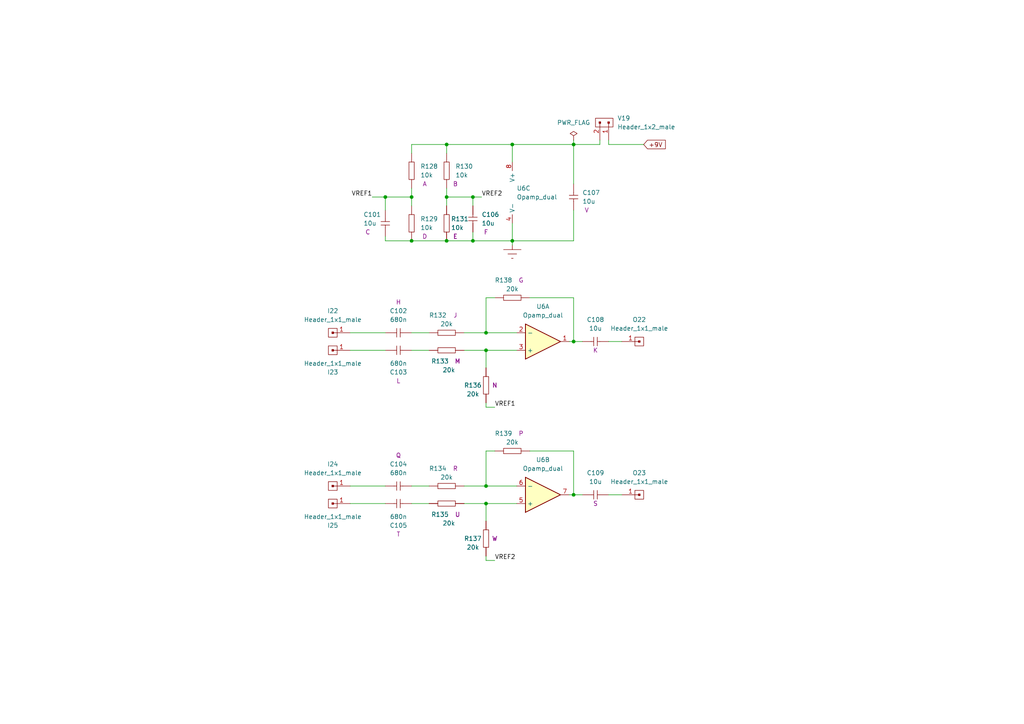
<source format=kicad_sch>
(kicad_sch (version 20211123) (generator eeschema)
  (paper "A4")
  (title_block (title "2x differential amplifier") (date "2024-04-26") (rev "1") (company "https://github.com/dvhx/ultimate-soldering-exercise"))
  (lib_symbols
    (symbol "dvhx-kicad-library:C" (pin_numbers hide) (pin_names hide)
      (property "Reference" "C" (at 2.286 1.016 0))
      (property "Value" "C" (at 2.286 -1.27 0))
      (symbol "C_0_1"
        (polyline (pts (xy 0 -0.508) (xy 0 -1.27)))
        (polyline (pts (xy 0 1.27) (xy 0 0.508)))
        (polyline (pts (xy 1.27 -0.508) (xy -1.27 -0.508)))
        (polyline (pts (xy 1.27 0.508) (xy -1.27 0.508)))
      )
      (symbol "C_1_1"
        (pin passive line (at 0 3.81 270) (length 2.54) (name "1") (number "1"))
        (pin passive line (at 0 -3.81 90) (length 2.54) (name "2") (number "2"))
      )
    )
    (symbol "dvhx-kicad-library:GND" (power) (pin_numbers hide) (pin_names hide)
      (symbol "GND_0_1"
        (polyline (pts (xy -2.54 -1.27) (xy 2.54 -1.27)))
        (polyline (pts (xy -1.27 -2.54) (xy 1.27 -2.54)))
        (polyline (pts (xy -0.254 -3.81) (xy 0.254 -3.81)))
      )
      (symbol "GND_1_1"
        (pin power_in line (at 0 0 270) (length 1.27) (name "GND") (number "GND"))
      )
    )
    (symbol "dvhx-kicad-library:Header_1x1_male" (pin_names hide)
      (property "Reference" "J" (at -0.254 2.286 0))
      (property "Value" "Header_1x1_male" (at 0 4.191 0))
      (symbol "Header_1x1_male_0_1"
        (rectangle (start -1.27 1.27) (end 1.27 -1.27))
        (rectangle (start -0.254 0.254) (end 0.254 -0.254) (fill (type outline)))
      )
      (symbol "Header_1x1_male_1_1"
        (pin passive line (at -5.08 0 0) (length 5.08) (name "1") (number "1"))
      )
    )
    (symbol "dvhx-kicad-library:Header_1x2_male" (pin_names hide)
      (property "Reference" "J" (at -0.254 2.286 0))
      (property "Value" "Header_1x2_male" (at 0 4.191 0))
      (symbol "Header_1x2_male_0_1"
        (rectangle (start -1.27 1.27) (end 1.27 -3.81))
        (rectangle (start -0.254 -2.286) (end 0.254 -2.794) (fill (type outline)))
        (rectangle (start -0.254 0.254) (end 0.254 -0.254) (fill (type outline)))
      )
      (symbol "Header_1x2_male_1_1"
        (pin passive line (at -5.08 0 0) (length 5.08) (name "1") (number "1"))
        (pin passive line (at -5.08 -2.54 0) (length 5.08) (name "2") (number "2"))
      )
    )
    (symbol "dvhx-kicad-library:Opamp_dual"
      (property "Reference" "U" (at 3.048 8.89 0))
      (property "Value" "Opamp_dual" (at 8.128 10.922 0))
      (symbol "Opamp_dual_1_1"
        (polyline (pts (xy -3.81 5.08) (xy 6.35 0) (xy -3.81 -5.08) (xy -3.81 5.08)) (stroke (width 0.254)) (fill (type background)))
        (pin output line (at 8.89 0 180) (length 2.54) (name "~") (number "1"))
        (pin input line (at -6.35 -2.54 0) (length 2.54) (name "-") (number "2"))
        (pin input line (at -6.35 2.54 0) (length 2.54) (name "+") (number "3"))
      )
      (symbol "Opamp_dual_2_1"
        (polyline (pts (xy -3.81 5.08) (xy 6.35 0) (xy -3.81 -5.08) (xy -3.81 5.08)) (stroke (width 0.254)) (fill (type background)))
        (pin input line (at -6.35 2.54 0) (length 2.54) (name "+") (number "5"))
        (pin input line (at -6.35 -2.54 0) (length 2.54) (name "-") (number "6"))
        (pin output line (at 8.89 0 180) (length 2.54) (name "~") (number "7"))
      )
      (symbol "Opamp_dual_3_1"
        (pin power_in line (at 0 -7.62 90) (length 2.54) (name "V-") (number "4"))
        (pin power_in line (at 0 10.16 270) (length 2.54) (name "V+") (number "8"))
      )
    )
    (symbol "dvhx-kicad-library:R" (pin_numbers hide) (pin_names hide)
      (property "Reference" "R" (at 2.032 1.016 0))
      (property "Value" "R" (at 2.032 -1.016 0))
      (symbol "R_0_1"
        (polyline (pts (xy -0.762 2.54) (xy 0.762 2.54) (xy 0.762 -2.54) (xy -0.762 -2.54) (xy -0.762 2.54)))
      )
      (symbol "R_1_1"
        (pin passive line (at 0 5.08 270) (length 2.54) (name "1") (number "1"))
        (pin passive line (at 0 -5.08 90) (length 2.54) (name "2") (number "2"))
      )
    )
    (symbol "power:PWR_FLAG" (power) (pin_numbers hide) (pin_names (offset 0) hide)
      (property "Value" "PWR_FLAG" (at 0 3.81 0))
      (symbol "PWR_FLAG_0_0"
        (pin power_out line (at 0 0 90) (length 0) (name "pwr") (number "1"))
      )
      (symbol "PWR_FLAG_0_1"
        (polyline (pts (xy 0 0) (xy 0 1.27) (xy -1.016 1.905) (xy 0 2.54) (xy 1.016 1.905) (xy 0 1.27)))
      )
    )
  )
  (junction (at 140.97 140.97))
  (junction (at 166.37 99.06))
  (junction (at 140.97 101.6))
  (junction (at 119.38 69.85))
  (junction (at 119.38 57.15))
  (junction (at 148.59 69.85))
  (junction (at 166.37 41.91))
  (junction (at 148.59 41.91))
  (junction (at 140.97 146.05))
  (junction (at 111.76 57.15))
  (junction (at 129.54 69.85))
  (junction (at 137.16 69.85))
  (junction (at 137.16 57.15))
  (junction (at 129.54 41.91))
  (junction (at 140.97 96.52))
  (junction (at 166.37 143.51))
  (junction (at 129.54 57.15))
  (wire (pts (xy 166.37 60.96) (xy 166.37 69.85)))
  (wire (pts (xy 119.38 44.45) (xy 119.38 41.91)))
  (wire (pts (xy 137.16 67.31) (xy 137.16 69.85)))
  (wire (pts (xy 129.54 54.61) (xy 129.54 57.15)))
  (wire (pts (xy 119.38 54.61) (xy 119.38 57.15)))
  (wire (pts (xy 119.38 140.97) (xy 124.46 140.97)))
  (wire (pts (xy 101.6 146.05) (xy 111.76 146.05)))
  (wire (pts (xy 137.16 69.85) (xy 148.59 69.85)))
  (wire (pts (xy 107.95 57.15) (xy 111.76 57.15)))
  (wire (pts (xy 143.51 118.11) (xy 140.97 118.11)))
  (wire (pts (xy 119.38 101.6) (xy 124.46 101.6)))
  (wire (pts (xy 111.76 69.85) (xy 119.38 69.85)))
  (wire (pts (xy 119.38 69.85) (xy 129.54 69.85)))
  (wire (pts (xy 153.67 86.36) (xy 166.37 86.36)))
  (wire (pts (xy 137.16 57.15) (xy 139.7 57.15)))
  (wire (pts (xy 119.38 57.15) (xy 119.38 59.69)))
  (wire (pts (xy 101.6 140.97) (xy 111.76 140.97)))
  (wire (pts (xy 148.59 41.91) (xy 166.37 41.91)))
  (wire (pts (xy 111.76 68.58) (xy 111.76 69.85)))
  (wire (pts (xy 148.59 69.85) (xy 166.37 69.85)))
  (wire (pts (xy 173.99 40.64) (xy 173.99 41.91)))
  (wire (pts (xy 148.59 41.91) (xy 148.59 46.99)))
  (wire (pts (xy 143.51 162.56) (xy 140.97 162.56)))
  (wire (pts (xy 129.54 41.91) (xy 148.59 41.91)))
  (wire (pts (xy 101.6 101.6) (xy 111.76 101.6)))
  (wire (pts (xy 140.97 116.84) (xy 140.97 118.11)))
  (wire (pts (xy 119.38 96.52) (xy 124.46 96.52)))
  (wire (pts (xy 176.53 40.64) (xy 176.53 41.91)))
  (wire (pts (xy 148.59 71.12) (xy 148.59 69.85)))
  (wire (pts (xy 129.54 69.85) (xy 137.16 69.85)))
  (wire (pts (xy 165.1 143.51) (xy 166.37 143.51)))
  (wire (pts (xy 140.97 101.6) (xy 140.97 106.68)))
  (wire (pts (xy 134.62 96.52) (xy 140.97 96.52)))
  (wire (pts (xy 111.76 57.15) (xy 119.38 57.15)))
  (wire (pts (xy 119.38 146.05) (xy 124.46 146.05)))
  (wire (pts (xy 140.97 96.52) (xy 149.86 96.52)))
  (wire (pts (xy 143.51 86.36) (xy 140.97 86.36)))
  (wire (pts (xy 166.37 86.36) (xy 166.37 99.06)))
  (wire (pts (xy 140.97 146.05) (xy 149.86 146.05)))
  (wire (pts (xy 137.16 59.69) (xy 137.16 57.15)))
  (wire (pts (xy 129.54 44.45) (xy 129.54 41.91)))
  (wire (pts (xy 165.1 99.06) (xy 166.37 99.06)))
  (wire (pts (xy 153.67 130.81) (xy 166.37 130.81)))
  (wire (pts (xy 166.37 41.91) (xy 173.99 41.91)))
  (wire (pts (xy 166.37 40.64) (xy 166.37 41.91)))
  (wire (pts (xy 129.54 57.15) (xy 137.16 57.15)))
  (wire (pts (xy 119.38 41.91) (xy 129.54 41.91)))
  (wire (pts (xy 176.53 143.51) (xy 180.34 143.51)))
  (wire (pts (xy 134.62 101.6) (xy 140.97 101.6)))
  (wire (pts (xy 176.53 99.06) (xy 180.34 99.06)))
  (wire (pts (xy 140.97 146.05) (xy 140.97 151.13)))
  (wire (pts (xy 176.53 41.91) (xy 186.69 41.91)))
  (wire (pts (xy 166.37 130.81) (xy 166.37 143.51)))
  (wire (pts (xy 140.97 130.81) (xy 140.97 140.97)))
  (wire (pts (xy 101.6 96.52) (xy 111.76 96.52)))
  (wire (pts (xy 140.97 101.6) (xy 149.86 101.6)))
  (wire (pts (xy 134.62 140.97) (xy 140.97 140.97)))
  (wire (pts (xy 140.97 140.97) (xy 149.86 140.97)))
  (wire (pts (xy 148.59 64.77) (xy 148.59 69.85)))
  (wire (pts (xy 166.37 99.06) (xy 168.91 99.06)))
  (wire (pts (xy 166.37 143.51) (xy 168.91 143.51)))
  (wire (pts (xy 166.37 41.91) (xy 166.37 53.34)))
  (wire (pts (xy 143.51 130.81) (xy 140.97 130.81)))
  (wire (pts (xy 140.97 86.36) (xy 140.97 96.52)))
  (wire (pts (xy 140.97 161.29) (xy 140.97 162.56)))
  (wire (pts (xy 111.76 57.15) (xy 111.76 60.96)))
  (wire (pts (xy 129.54 57.15) (xy 129.54 59.69)))
  (wire (pts (xy 134.62 146.05) (xy 140.97 146.05)))
  (label "VREF2" (at 143.51 162.56 0))
  (label "VREF2" (at 139.7 57.15 0))
  (label "VREF1" (at 143.51 118.11 0))
  (label "VREF1" (at 107.95 57.15 180))
  (global_label "+9V" (shape input) (at 186.69 41.91 0) (property "Intersheet References" "${INTERSHEET_REFS}" (effects hide)))
  (symbol (lib_id "dvhx-kicad-library:R") (at 148.59 86.36 90) (unit 1)
    (property "Reference" "R138" (at 146.05 81.28 90))
    (property "Value" "20k" (at 148.59 83.82 90))
    (property "Footprint" "dvhx-kicad-library:Resistor_0805" (effects hide))
    (property "Field4" "G" (at 151.13 81.28 90))
  )
  (symbol (lib_id "dvhx-kicad-library:R") (at 140.97 111.76 180) (unit 1)
    (property "Reference" "R136" (at 137.16 111.76 0))
    (property "Value" "20k" (at 137.16 114.3 0))
    (property "Footprint" "dvhx-kicad-library:Resistor_0805" (effects hide))
    (property "Field4" "N" (at 143.51 111.76 0))
  )
  (symbol (lib_id "dvhx-kicad-library:Opamp_dual") (at 148.59 57.15 0) (unit 3)
    (property "Reference" "U6" (at 149.86 54.6099 0) (effects (justify left)))
    (property "Value" "Opamp_dual" (at 149.86 57.1499 0) (effects (justify left)))
    (property "Footprint" "dvhx-kicad-library:SOIC-8" (effects hide))
  )
  (symbol (lib_id "dvhx-kicad-library:R") (at 129.54 101.6 270) (unit 1)
    (property "Reference" "R133" (at 127.635 104.775 90))
    (property "Value" "20k" (at 130.175 107.315 90))
    (property "Footprint" "dvhx-kicad-library:Resistor_0805" (effects hide))
    (property "Field4" "M" (at 132.715 104.775 90))
  )
  (symbol (lib_id "power:PWR_FLAG") (at 166.37 40.64 0) (unit 1)
    (property "Reference" "#FLG02" (effects hide))
    (property "Value" "PWR_FLAG" (at 166.37 35.56 0))
  )
  (symbol (lib_id "dvhx-kicad-library:Header_1x1_male") (at 96.52 146.05 180) (unit 1)
    (property "Reference" "I25" (at 96.52 152.4 0))
    (property "Value" "Header_1x1_male" (at 96.52 149.86 0))
    (property "Footprint" "dvhx-kicad-library:Header_1x1_male_upright" (effects hide))
  )
  (symbol (lib_id "dvhx-kicad-library:C") (at 137.16 63.5 180) (unit 1)
    (property "Reference" "C106" (at 139.7 62.2299 0) (effects (justify right)))
    (property "Value" "10u" (at 139.7 64.7699 0) (effects (justify right)))
    (property "Footprint" "dvhx-kicad-library:Capacitor_0805" (effects hide))
    (property "Field4" "F" (at 140.97 67.31 0))
  )
  (symbol (lib_id "dvhx-kicad-library:C") (at 115.57 146.05 90) (mirror x) (unit 1)
    (property "Reference" "C105" (at 115.57 152.4 90))
    (property "Value" "680n" (at 115.57 149.86 90))
    (property "Footprint" "dvhx-kicad-library:Capacitor_0805" (effects hide))
    (property "Field4" "T" (at 115.57 154.94 90))
  )
  (symbol (lib_id "dvhx-kicad-library:R") (at 140.97 156.21 180) (unit 1)
    (property "Reference" "R137" (at 137.16 156.21 0))
    (property "Value" "20k" (at 137.16 158.75 0))
    (property "Footprint" "dvhx-kicad-library:Resistor_0805" (effects hide))
    (property "Field4" "W" (at 143.51 156.21 0))
  )
  (symbol (lib_id "dvhx-kicad-library:Opamp_dual") (at 156.21 143.51 0) (mirror x) (unit 2)
    (property "Reference" "U6" (at 157.48 133.35 0))
    (property "Value" "Opamp_dual" (at 157.48 135.89 0))
    (property "Footprint" "dvhx-kicad-library:SOIC-8" (effects hide))
  )
  (symbol (lib_id "dvhx-kicad-library:Header_1x2_male") (at 176.53 35.56 270) (mirror x) (unit 1)
    (property "Reference" "V19" (at 179.07 34.2899 90) (effects (justify left)))
    (property "Value" "Header_1x2_male" (at 179.07 36.8299 90) (effects (justify left)))
    (property "Footprint" "dvhx-kicad-library:Header_1x2_male_upright" (effects hide))
  )
  (symbol (lib_id "dvhx-kicad-library:Opamp_dual") (at 156.21 99.06 0) (mirror x) (unit 1)
    (property "Reference" "U6" (at 157.48 88.9 0))
    (property "Value" "Opamp_dual" (at 157.48 91.44 0))
    (property "Footprint" "dvhx-kicad-library:SOIC-8" (effects hide))
  )
  (symbol (lib_id "dvhx-kicad-library:Header_1x1_male") (at 96.52 96.52 0) (mirror y) (unit 1)
    (property "Reference" "I22" (at 96.52 90.17 0))
    (property "Value" "Header_1x1_male" (at 96.52 92.71 0))
    (property "Footprint" "dvhx-kicad-library:Header_1x1_male_upright" (effects hide))
  )
  (symbol (lib_id "dvhx-kicad-library:R") (at 129.54 146.05 270) (unit 1)
    (property "Reference" "R135" (at 127.635 149.225 90))
    (property "Value" "20k" (at 130.175 151.765 90))
    (property "Footprint" "dvhx-kicad-library:Resistor_0805" (effects hide))
    (property "Field4" "U" (at 132.715 149.225 90))
  )
  (symbol (lib_id "dvhx-kicad-library:C") (at 111.76 64.77 180) (unit 1)
    (property "Reference" "C101" (at 105.41 62.23 0) (effects (justify right)))
    (property "Value" "10u" (at 105.41 64.77 0) (effects (justify right)))
    (property "Footprint" "dvhx-kicad-library:Capacitor_0805" (effects hide))
    (property "Field4" "C" (at 106.68 67.3101 0))
  )
  (symbol (lib_id "dvhx-kicad-library:C") (at 172.72 99.06 90) (unit 1)
    (property "Reference" "C108" (at 172.72 92.71 90))
    (property "Value" "10u" (at 172.72 95.25 90))
    (property "Footprint" "dvhx-kicad-library:Capacitor_0805" (effects hide))
    (property "Field4" "K" (at 172.72 101.6 90))
  )
  (symbol (lib_id "dvhx-kicad-library:R") (at 119.38 64.77 0) (unit 1)
    (property "Reference" "R129" (at 121.92 63.4999 0) (effects (justify left)))
    (property "Value" "10k" (at 121.92 66.0399 0) (effects (justify left)))
    (property "Footprint" "dvhx-kicad-library:Resistor_0805" (effects hide))
    (property "Field4" "D" (at 123.19 68.58 0))
  )
  (symbol (lib_id "dvhx-kicad-library:C") (at 115.57 101.6 90) (mirror x) (unit 1)
    (property "Reference" "C103" (at 115.57 107.95 90))
    (property "Value" "680n" (at 115.57 105.41 90))
    (property "Footprint" "dvhx-kicad-library:Capacitor_0805" (effects hide))
    (property "Field4" "L" (at 115.57 110.49 90))
  )
  (symbol (lib_id "dvhx-kicad-library:R") (at 129.54 49.53 0) (unit 1)
    (property "Reference" "R130" (at 132.08 48.2599 0) (effects (justify left)))
    (property "Value" "10k" (at 132.08 50.7999 0) (effects (justify left)))
    (property "Footprint" "dvhx-kicad-library:Resistor_0805" (effects hide))
    (property "Field4" "B" (at 132.08 53.34 0))
  )
  (symbol (lib_id "dvhx-kicad-library:Header_1x1_male") (at 185.42 143.51 0) (mirror x) (unit 1)
    (property "Reference" "O23" (at 185.42 137.16 0))
    (property "Value" "Header_1x1_male" (at 185.42 139.7 0))
    (property "Footprint" "dvhx-kicad-library:Header_1x1_male_upright" (effects hide))
  )
  (symbol (lib_id "dvhx-kicad-library:Header_1x1_male") (at 96.52 101.6 180) (unit 1)
    (property "Reference" "I23" (at 96.52 107.95 0))
    (property "Value" "Header_1x1_male" (at 96.52 105.41 0))
    (property "Footprint" "dvhx-kicad-library:Header_1x1_male_upright" (effects hide))
  )
  (symbol (lib_id "dvhx-kicad-library:C") (at 172.72 143.51 90) (unit 1)
    (property "Reference" "C109" (at 172.72 137.16 90))
    (property "Value" "10u" (at 172.72 139.7 90))
    (property "Footprint" "dvhx-kicad-library:Capacitor_0805" (effects hide))
    (property "Field4" "S" (at 172.72 146.05 90))
  )
  (symbol (lib_id "dvhx-kicad-library:R") (at 129.54 96.52 90) (unit 1)
    (property "Reference" "R132" (at 127 91.44 90))
    (property "Value" "20k" (at 129.54 93.98 90))
    (property "Footprint" "dvhx-kicad-library:Resistor_0805" (effects hide))
    (property "Field4" "J" (at 132.08 91.44 90))
  )
  (symbol (lib_id "dvhx-kicad-library:C") (at 166.37 57.15 180) (unit 1)
    (property "Reference" "C107" (at 168.91 55.8799 0) (effects (justify right)))
    (property "Value" "10u" (at 168.91 58.4199 0) (effects (justify right)))
    (property "Footprint" "dvhx-kicad-library:Capacitor_0805" (effects hide))
    (property "Field4" "V" (at 170.18 60.96 0))
  )
  (symbol (lib_id "dvhx-kicad-library:GND") (at 148.59 71.12 0) (unit 1)
    (property "Reference" "#GND038" (effects hide))
    (property "Value" "GND" (effects hide))
  )
  (symbol (lib_id "dvhx-kicad-library:R") (at 119.38 49.53 0) (unit 1)
    (property "Reference" "R128" (at 121.92 48.2599 0) (effects (justify left)))
    (property "Value" "10k" (at 121.92 50.7999 0) (effects (justify left)))
    (property "Footprint" "dvhx-kicad-library:Resistor_0805" (effects hide))
    (property "Field4" "A" (at 123.19 53.34 0))
  )
  (symbol (lib_id "dvhx-kicad-library:Header_1x1_male") (at 185.42 99.06 0) (mirror x) (unit 1)
    (property "Reference" "O22" (at 185.42 92.71 0))
    (property "Value" "Header_1x1_male" (at 185.42 95.25 0))
    (property "Footprint" "dvhx-kicad-library:Header_1x1_male_upright" (effects hide))
  )
  (symbol (lib_id "dvhx-kicad-library:C") (at 115.57 140.97 90) (unit 1)
    (property "Reference" "C104" (at 115.57 134.62 90))
    (property "Value" "680n" (at 115.57 137.16 90))
    (property "Footprint" "dvhx-kicad-library:Capacitor_0805" (effects hide))
    (property "Field4" "Q" (at 115.57 132.08 90))
  )
  (symbol (lib_id "dvhx-kicad-library:Header_1x1_male") (at 96.52 140.97 0) (mirror y) (unit 1)
    (property "Reference" "I24" (at 96.52 134.62 0))
    (property "Value" "Header_1x1_male" (at 96.52 137.16 0))
    (property "Footprint" "dvhx-kicad-library:Header_1x1_male_upright" (effects hide))
  )
  (symbol (lib_id "dvhx-kicad-library:R") (at 148.59 130.81 90) (unit 1)
    (property "Reference" "R139" (at 146.05 125.73 90))
    (property "Value" "20k" (at 148.59 128.27 90))
    (property "Footprint" "dvhx-kicad-library:Resistor_0805" (effects hide))
    (property "Field4" "P" (at 151.13 125.73 90))
  )
  (symbol (lib_id "dvhx-kicad-library:R") (at 129.54 140.97 90) (unit 1)
    (property "Reference" "R134" (at 127 135.89 90))
    (property "Value" "20k" (at 129.54 138.43 90))
    (property "Footprint" "dvhx-kicad-library:Resistor_0805" (effects hide))
    (property "Field4" "R" (at 132.08 135.89 90))
  )
  (symbol (lib_id "dvhx-kicad-library:R") (at 129.54 64.77 0) (unit 1)
    (property "Reference" "R131" (at 130.81 63.5 0) (effects (justify left)))
    (property "Value" "10k" (at 130.81 66.04 0) (effects (justify left)))
    (property "Footprint" "dvhx-kicad-library:Resistor_0805" (effects hide))
    (property "Field4" "E" (at 132.08 68.5801 0))
  )
  (symbol (lib_id "dvhx-kicad-library:C") (at 115.57 96.52 90) (unit 1)
    (property "Reference" "C102" (at 115.57 90.17 90))
    (property "Value" "680n" (at 115.57 92.71 90))
    (property "Footprint" "dvhx-kicad-library:Capacitor_0805" (effects hide))
    (property "Field4" "H" (at 115.57 87.63 90))
  )
)
</source>
